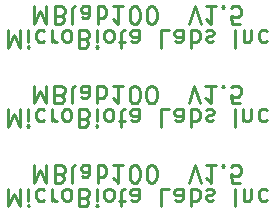
<source format=gbo>
G04 #@! TF.GenerationSoftware,KiCad,Pcbnew,(5.0.0)*
G04 #@! TF.CreationDate,2019-02-03T17:17:29-08:00*
G04 #@! TF.ProjectId,mlab100_LEDPCB_1.5,6D6C61623130305F4C45445043425F31,rev?*
G04 #@! TF.SameCoordinates,Original*
G04 #@! TF.FileFunction,Legend,Bot*
G04 #@! TF.FilePolarity,Positive*
%FSLAX46Y46*%
G04 Gerber Fmt 4.6, Leading zero omitted, Abs format (unit mm)*
G04 Created by KiCad (PCBNEW (5.0.0)) date 02/03/19 17:17:29*
%MOMM*%
%LPD*%
G01*
G04 APERTURE LIST*
%ADD10C,0.250000*%
G04 APERTURE END LIST*
D10*
X26711428Y-10181428D02*
X26711428Y-11681428D01*
X27211428Y-10609999D01*
X27711428Y-11681428D01*
X27711428Y-10181428D01*
X28425714Y-10181428D02*
X28425714Y-11181428D01*
X28425714Y-11681428D02*
X28354285Y-11609999D01*
X28425714Y-11538571D01*
X28497142Y-11609999D01*
X28425714Y-11681428D01*
X28425714Y-11538571D01*
X29782857Y-10252857D02*
X29640000Y-10181428D01*
X29354285Y-10181428D01*
X29211428Y-10252857D01*
X29140000Y-10324285D01*
X29068571Y-10467142D01*
X29068571Y-10895714D01*
X29140000Y-11038571D01*
X29211428Y-11109999D01*
X29354285Y-11181428D01*
X29640000Y-11181428D01*
X29782857Y-11109999D01*
X30425714Y-10181428D02*
X30425714Y-11181428D01*
X30425714Y-10895714D02*
X30497142Y-11038571D01*
X30568571Y-11110000D01*
X30711428Y-11181428D01*
X30854285Y-11181428D01*
X31568571Y-10181428D02*
X31425714Y-10252857D01*
X31354285Y-10324285D01*
X31282857Y-10467142D01*
X31282857Y-10895714D01*
X31354285Y-11038571D01*
X31425714Y-11110000D01*
X31568571Y-11181428D01*
X31782857Y-11181428D01*
X31925714Y-11110000D01*
X31997142Y-11038571D01*
X32068571Y-10895714D01*
X32068571Y-10467142D01*
X31997142Y-10324285D01*
X31925714Y-10252857D01*
X31782857Y-10181428D01*
X31568571Y-10181428D01*
X33211428Y-10967142D02*
X33425714Y-10895714D01*
X33497142Y-10824285D01*
X33568571Y-10681428D01*
X33568571Y-10467142D01*
X33497142Y-10324285D01*
X33425714Y-10252857D01*
X33282857Y-10181428D01*
X32711428Y-10181428D01*
X32711428Y-11681428D01*
X33211428Y-11681428D01*
X33354285Y-11610000D01*
X33425714Y-11538571D01*
X33497142Y-11395714D01*
X33497142Y-11252857D01*
X33425714Y-11110000D01*
X33354285Y-11038571D01*
X33211428Y-10967142D01*
X32711428Y-10967142D01*
X34211428Y-10181428D02*
X34211428Y-11181428D01*
X34211428Y-11681428D02*
X34140000Y-11610000D01*
X34211428Y-11538571D01*
X34282857Y-11610000D01*
X34211428Y-11681428D01*
X34211428Y-11538571D01*
X35140000Y-10181428D02*
X34997142Y-10252857D01*
X34925714Y-10324285D01*
X34854285Y-10467142D01*
X34854285Y-10895714D01*
X34925714Y-11038571D01*
X34997142Y-11110000D01*
X35140000Y-11181428D01*
X35354285Y-11181428D01*
X35497142Y-11110000D01*
X35568571Y-11038571D01*
X35640000Y-10895714D01*
X35640000Y-10467142D01*
X35568571Y-10324285D01*
X35497142Y-10252857D01*
X35354285Y-10181428D01*
X35140000Y-10181428D01*
X36068571Y-11181428D02*
X36640000Y-11181428D01*
X36282857Y-11681428D02*
X36282857Y-10395714D01*
X36354285Y-10252857D01*
X36497142Y-10181428D01*
X36640000Y-10181428D01*
X37782857Y-10181428D02*
X37782857Y-10967142D01*
X37711428Y-11110000D01*
X37568571Y-11181428D01*
X37282857Y-11181428D01*
X37139999Y-11110000D01*
X37782857Y-10252857D02*
X37639999Y-10181428D01*
X37282857Y-10181428D01*
X37139999Y-10252857D01*
X37068571Y-10395714D01*
X37068571Y-10538571D01*
X37139999Y-10681428D01*
X37282857Y-10752857D01*
X37639999Y-10752857D01*
X37782857Y-10824285D01*
X40354285Y-10181428D02*
X39639999Y-10181428D01*
X39639999Y-11681428D01*
X41497142Y-10181428D02*
X41497142Y-10967142D01*
X41425714Y-11110000D01*
X41282857Y-11181428D01*
X40997142Y-11181428D01*
X40854285Y-11110000D01*
X41497142Y-10252857D02*
X41354285Y-10181428D01*
X40997142Y-10181428D01*
X40854285Y-10252857D01*
X40782857Y-10395714D01*
X40782857Y-10538571D01*
X40854285Y-10681428D01*
X40997142Y-10752857D01*
X41354285Y-10752857D01*
X41497142Y-10824285D01*
X42211428Y-10181428D02*
X42211428Y-11681428D01*
X42211428Y-11110000D02*
X42354285Y-11181428D01*
X42640000Y-11181428D01*
X42782857Y-11110000D01*
X42854285Y-11038571D01*
X42925714Y-10895714D01*
X42925714Y-10467142D01*
X42854285Y-10324285D01*
X42782857Y-10252857D01*
X42640000Y-10181428D01*
X42354285Y-10181428D01*
X42211428Y-10252857D01*
X43497142Y-10252857D02*
X43640000Y-10181428D01*
X43925714Y-10181428D01*
X44068571Y-10252857D01*
X44140000Y-10395714D01*
X44140000Y-10467142D01*
X44068571Y-10610000D01*
X43925714Y-10681428D01*
X43711428Y-10681428D01*
X43568571Y-10752857D01*
X43497142Y-10895714D01*
X43497142Y-10967142D01*
X43568571Y-11110000D01*
X43711428Y-11181428D01*
X43925714Y-11181428D01*
X44068571Y-11110000D01*
X45925714Y-10181428D02*
X45925714Y-11681428D01*
X46640000Y-11181428D02*
X46640000Y-10181428D01*
X46640000Y-11038571D02*
X46711428Y-11110000D01*
X46854285Y-11181428D01*
X47068571Y-11181428D01*
X47211428Y-11110000D01*
X47282857Y-10967142D01*
X47282857Y-10181428D01*
X48640000Y-10252857D02*
X48497142Y-10181428D01*
X48211428Y-10181428D01*
X48068571Y-10252857D01*
X47997142Y-10324285D01*
X47925714Y-10467142D01*
X47925714Y-10895714D01*
X47997142Y-11038571D01*
X48068571Y-11110000D01*
X48211428Y-11181428D01*
X48497142Y-11181428D01*
X48640000Y-11110000D01*
X28925714Y-8181428D02*
X28925714Y-9681428D01*
X29425714Y-8609999D01*
X29925714Y-9681428D01*
X29925714Y-8181428D01*
X31140000Y-8967142D02*
X31354285Y-8895714D01*
X31425714Y-8824285D01*
X31497142Y-8681428D01*
X31497142Y-8467142D01*
X31425714Y-8324285D01*
X31354285Y-8252857D01*
X31211428Y-8181428D01*
X30640000Y-8181428D01*
X30640000Y-9681428D01*
X31140000Y-9681428D01*
X31282857Y-9610000D01*
X31354285Y-9538571D01*
X31425714Y-9395714D01*
X31425714Y-9252857D01*
X31354285Y-9110000D01*
X31282857Y-9038571D01*
X31140000Y-8967142D01*
X30640000Y-8967142D01*
X32354285Y-8181428D02*
X32211428Y-8252857D01*
X32140000Y-8395714D01*
X32140000Y-9681428D01*
X33568571Y-8181428D02*
X33568571Y-8967142D01*
X33497142Y-9110000D01*
X33354285Y-9181428D01*
X33068571Y-9181428D01*
X32925714Y-9110000D01*
X33568571Y-8252857D02*
X33425714Y-8181428D01*
X33068571Y-8181428D01*
X32925714Y-8252857D01*
X32854285Y-8395714D01*
X32854285Y-8538571D01*
X32925714Y-8681428D01*
X33068571Y-8752857D01*
X33425714Y-8752857D01*
X33568571Y-8824285D01*
X34282857Y-8181428D02*
X34282857Y-9681428D01*
X34282857Y-9110000D02*
X34425714Y-9181428D01*
X34711428Y-9181428D01*
X34854285Y-9110000D01*
X34925714Y-9038571D01*
X34997142Y-8895714D01*
X34997142Y-8467142D01*
X34925714Y-8324285D01*
X34854285Y-8252857D01*
X34711428Y-8181428D01*
X34425714Y-8181428D01*
X34282857Y-8252857D01*
X36425714Y-8181428D02*
X35568571Y-8181428D01*
X35997142Y-8181428D02*
X35997142Y-9681428D01*
X35854285Y-9467142D01*
X35711428Y-9324285D01*
X35568571Y-9252857D01*
X37354285Y-9681428D02*
X37497142Y-9681428D01*
X37640000Y-9610000D01*
X37711428Y-9538571D01*
X37782857Y-9395714D01*
X37854285Y-9110000D01*
X37854285Y-8752857D01*
X37782857Y-8467142D01*
X37711428Y-8324285D01*
X37640000Y-8252857D01*
X37497142Y-8181428D01*
X37354285Y-8181428D01*
X37211428Y-8252857D01*
X37140000Y-8324285D01*
X37068571Y-8467142D01*
X36997142Y-8752857D01*
X36997142Y-9110000D01*
X37068571Y-9395714D01*
X37140000Y-9538571D01*
X37211428Y-9610000D01*
X37354285Y-9681428D01*
X38782857Y-9681428D02*
X38925714Y-9681428D01*
X39068571Y-9610000D01*
X39140000Y-9538571D01*
X39211428Y-9395714D01*
X39282857Y-9110000D01*
X39282857Y-8752857D01*
X39211428Y-8467142D01*
X39140000Y-8324285D01*
X39068571Y-8252857D01*
X38925714Y-8181428D01*
X38782857Y-8181428D01*
X38640000Y-8252857D01*
X38568571Y-8324285D01*
X38497142Y-8467142D01*
X38425714Y-8752857D01*
X38425714Y-9110000D01*
X38497142Y-9395714D01*
X38568571Y-9538571D01*
X38640000Y-9610000D01*
X38782857Y-9681428D01*
X41997142Y-9681428D02*
X42497142Y-8181428D01*
X42997142Y-9681428D01*
X44282857Y-8181428D02*
X43425714Y-8181428D01*
X43854285Y-8181428D02*
X43854285Y-9681428D01*
X43711428Y-9467142D01*
X43568571Y-9324285D01*
X43425714Y-9252857D01*
X44925714Y-8324285D02*
X44997142Y-8252857D01*
X44925714Y-8181428D01*
X44854285Y-8252857D01*
X44925714Y-8324285D01*
X44925714Y-8181428D01*
X46354285Y-9681428D02*
X45640000Y-9681428D01*
X45568571Y-8967142D01*
X45640000Y-9038571D01*
X45782857Y-9110000D01*
X46140000Y-9110000D01*
X46282857Y-9038571D01*
X46354285Y-8967142D01*
X46425714Y-8824285D01*
X46425714Y-8467142D01*
X46354285Y-8324285D01*
X46282857Y-8252857D01*
X46140000Y-8181428D01*
X45782857Y-8181428D01*
X45640000Y-8252857D01*
X45568571Y-8324285D01*
X26721428Y-3461428D02*
X26721428Y-4961428D01*
X27221428Y-3889999D01*
X27721428Y-4961428D01*
X27721428Y-3461428D01*
X28435714Y-3461428D02*
X28435714Y-4461428D01*
X28435714Y-4961428D02*
X28364285Y-4889999D01*
X28435714Y-4818571D01*
X28507142Y-4889999D01*
X28435714Y-4961428D01*
X28435714Y-4818571D01*
X29792857Y-3532857D02*
X29650000Y-3461428D01*
X29364285Y-3461428D01*
X29221428Y-3532857D01*
X29150000Y-3604285D01*
X29078571Y-3747142D01*
X29078571Y-4175714D01*
X29150000Y-4318571D01*
X29221428Y-4389999D01*
X29364285Y-4461428D01*
X29650000Y-4461428D01*
X29792857Y-4389999D01*
X30435714Y-3461428D02*
X30435714Y-4461428D01*
X30435714Y-4175714D02*
X30507142Y-4318571D01*
X30578571Y-4389999D01*
X30721428Y-4461428D01*
X30864285Y-4461428D01*
X31578571Y-3461428D02*
X31435714Y-3532857D01*
X31364285Y-3604285D01*
X31292857Y-3747142D01*
X31292857Y-4175714D01*
X31364285Y-4318571D01*
X31435714Y-4389999D01*
X31578571Y-4461428D01*
X31792857Y-4461428D01*
X31935714Y-4389999D01*
X32007142Y-4318571D01*
X32078571Y-4175714D01*
X32078571Y-3747142D01*
X32007142Y-3604285D01*
X31935714Y-3532857D01*
X31792857Y-3461428D01*
X31578571Y-3461428D01*
X33221428Y-4247142D02*
X33435714Y-4175714D01*
X33507142Y-4104285D01*
X33578571Y-3961428D01*
X33578571Y-3747142D01*
X33507142Y-3604285D01*
X33435714Y-3532857D01*
X33292857Y-3461428D01*
X32721428Y-3461428D01*
X32721428Y-4961428D01*
X33221428Y-4961428D01*
X33364285Y-4889999D01*
X33435714Y-4818571D01*
X33507142Y-4675714D01*
X33507142Y-4532857D01*
X33435714Y-4389999D01*
X33364285Y-4318571D01*
X33221428Y-4247142D01*
X32721428Y-4247142D01*
X34221428Y-3461428D02*
X34221428Y-4461428D01*
X34221428Y-4961428D02*
X34150000Y-4890000D01*
X34221428Y-4818571D01*
X34292857Y-4890000D01*
X34221428Y-4961428D01*
X34221428Y-4818571D01*
X35150000Y-3461428D02*
X35007142Y-3532857D01*
X34935714Y-3604285D01*
X34864285Y-3747142D01*
X34864285Y-4175714D01*
X34935714Y-4318571D01*
X35007142Y-4390000D01*
X35150000Y-4461428D01*
X35364285Y-4461428D01*
X35507142Y-4390000D01*
X35578571Y-4318571D01*
X35650000Y-4175714D01*
X35650000Y-3747142D01*
X35578571Y-3604285D01*
X35507142Y-3532857D01*
X35364285Y-3461428D01*
X35150000Y-3461428D01*
X36078571Y-4461428D02*
X36650000Y-4461428D01*
X36292857Y-4961428D02*
X36292857Y-3675714D01*
X36364285Y-3532857D01*
X36507142Y-3461428D01*
X36650000Y-3461428D01*
X37792857Y-3461428D02*
X37792857Y-4247142D01*
X37721428Y-4390000D01*
X37578571Y-4461428D01*
X37292857Y-4461428D01*
X37149999Y-4390000D01*
X37792857Y-3532857D02*
X37649999Y-3461428D01*
X37292857Y-3461428D01*
X37149999Y-3532857D01*
X37078571Y-3675714D01*
X37078571Y-3818571D01*
X37149999Y-3961428D01*
X37292857Y-4032857D01*
X37649999Y-4032857D01*
X37792857Y-4104285D01*
X40364285Y-3461428D02*
X39649999Y-3461428D01*
X39649999Y-4961428D01*
X41507142Y-3461428D02*
X41507142Y-4247142D01*
X41435714Y-4390000D01*
X41292857Y-4461428D01*
X41007142Y-4461428D01*
X40864285Y-4390000D01*
X41507142Y-3532857D02*
X41364285Y-3461428D01*
X41007142Y-3461428D01*
X40864285Y-3532857D01*
X40792857Y-3675714D01*
X40792857Y-3818571D01*
X40864285Y-3961428D01*
X41007142Y-4032857D01*
X41364285Y-4032857D01*
X41507142Y-4104285D01*
X42221428Y-3461428D02*
X42221428Y-4961428D01*
X42221428Y-4390000D02*
X42364285Y-4461428D01*
X42650000Y-4461428D01*
X42792857Y-4390000D01*
X42864285Y-4318571D01*
X42935714Y-4175714D01*
X42935714Y-3747142D01*
X42864285Y-3604285D01*
X42792857Y-3532857D01*
X42650000Y-3461428D01*
X42364285Y-3461428D01*
X42221428Y-3532857D01*
X43507142Y-3532857D02*
X43650000Y-3461428D01*
X43935714Y-3461428D01*
X44078571Y-3532857D01*
X44150000Y-3675714D01*
X44150000Y-3747142D01*
X44078571Y-3890000D01*
X43935714Y-3961428D01*
X43721428Y-3961428D01*
X43578571Y-4032857D01*
X43507142Y-4175714D01*
X43507142Y-4247142D01*
X43578571Y-4390000D01*
X43721428Y-4461428D01*
X43935714Y-4461428D01*
X44078571Y-4390000D01*
X45935714Y-3461428D02*
X45935714Y-4961428D01*
X46650000Y-4461428D02*
X46650000Y-3461428D01*
X46650000Y-4318571D02*
X46721428Y-4390000D01*
X46864285Y-4461428D01*
X47078571Y-4461428D01*
X47221428Y-4390000D01*
X47292857Y-4247142D01*
X47292857Y-3461428D01*
X48650000Y-3532857D02*
X48507142Y-3461428D01*
X48221428Y-3461428D01*
X48078571Y-3532857D01*
X48007142Y-3604285D01*
X47935714Y-3747142D01*
X47935714Y-4175714D01*
X48007142Y-4318571D01*
X48078571Y-4390000D01*
X48221428Y-4461428D01*
X48507142Y-4461428D01*
X48650000Y-4390000D01*
X28935714Y-1461428D02*
X28935714Y-2961428D01*
X29435714Y-1889999D01*
X29935714Y-2961428D01*
X29935714Y-1461428D01*
X31150000Y-2247142D02*
X31364285Y-2175714D01*
X31435714Y-2104285D01*
X31507142Y-1961428D01*
X31507142Y-1747142D01*
X31435714Y-1604285D01*
X31364285Y-1532857D01*
X31221428Y-1461428D01*
X30650000Y-1461428D01*
X30650000Y-2961428D01*
X31150000Y-2961428D01*
X31292857Y-2889999D01*
X31364285Y-2818571D01*
X31435714Y-2675714D01*
X31435714Y-2532857D01*
X31364285Y-2389999D01*
X31292857Y-2318571D01*
X31150000Y-2247142D01*
X30650000Y-2247142D01*
X32364285Y-1461428D02*
X32221428Y-1532857D01*
X32150000Y-1675714D01*
X32150000Y-2961428D01*
X33578571Y-1461428D02*
X33578571Y-2247142D01*
X33507142Y-2389999D01*
X33364285Y-2461428D01*
X33078571Y-2461428D01*
X32935714Y-2389999D01*
X33578571Y-1532857D02*
X33435714Y-1461428D01*
X33078571Y-1461428D01*
X32935714Y-1532857D01*
X32864285Y-1675714D01*
X32864285Y-1818571D01*
X32935714Y-1961428D01*
X33078571Y-2032857D01*
X33435714Y-2032857D01*
X33578571Y-2104285D01*
X34292857Y-1461428D02*
X34292857Y-2961428D01*
X34292857Y-2389999D02*
X34435714Y-2461428D01*
X34721428Y-2461428D01*
X34864285Y-2389999D01*
X34935714Y-2318571D01*
X35007142Y-2175714D01*
X35007142Y-1747142D01*
X34935714Y-1604285D01*
X34864285Y-1532857D01*
X34721428Y-1461428D01*
X34435714Y-1461428D01*
X34292857Y-1532857D01*
X36435714Y-1461428D02*
X35578571Y-1461428D01*
X36007142Y-1461428D02*
X36007142Y-2961428D01*
X35864285Y-2747142D01*
X35721428Y-2604285D01*
X35578571Y-2532857D01*
X37364285Y-2961428D02*
X37507142Y-2961428D01*
X37650000Y-2890000D01*
X37721428Y-2818571D01*
X37792857Y-2675714D01*
X37864285Y-2390000D01*
X37864285Y-2032857D01*
X37792857Y-1747142D01*
X37721428Y-1604285D01*
X37650000Y-1532857D01*
X37507142Y-1461428D01*
X37364285Y-1461428D01*
X37221428Y-1532857D01*
X37150000Y-1604285D01*
X37078571Y-1747142D01*
X37007142Y-2032857D01*
X37007142Y-2390000D01*
X37078571Y-2675714D01*
X37150000Y-2818571D01*
X37221428Y-2890000D01*
X37364285Y-2961428D01*
X38792857Y-2961428D02*
X38935714Y-2961428D01*
X39078571Y-2890000D01*
X39150000Y-2818571D01*
X39221428Y-2675714D01*
X39292857Y-2390000D01*
X39292857Y-2032857D01*
X39221428Y-1747142D01*
X39150000Y-1604285D01*
X39078571Y-1532857D01*
X38935714Y-1461428D01*
X38792857Y-1461428D01*
X38650000Y-1532857D01*
X38578571Y-1604285D01*
X38507142Y-1747142D01*
X38435714Y-2032857D01*
X38435714Y-2390000D01*
X38507142Y-2675714D01*
X38578571Y-2818571D01*
X38650000Y-2890000D01*
X38792857Y-2961428D01*
X42007142Y-2961428D02*
X42507142Y-1461428D01*
X43007142Y-2961428D01*
X44292857Y-1461428D02*
X43435714Y-1461428D01*
X43864285Y-1461428D02*
X43864285Y-2961428D01*
X43721428Y-2747142D01*
X43578571Y-2604285D01*
X43435714Y-2532857D01*
X44935714Y-1604285D02*
X45007142Y-1532857D01*
X44935714Y-1461428D01*
X44864285Y-1532857D01*
X44935714Y-1604285D01*
X44935714Y-1461428D01*
X46364285Y-2961428D02*
X45650000Y-2961428D01*
X45578571Y-2247142D01*
X45650000Y-2318571D01*
X45792857Y-2390000D01*
X46150000Y-2390000D01*
X46292857Y-2318571D01*
X46364285Y-2247142D01*
X46435714Y-2104285D01*
X46435714Y-1747142D01*
X46364285Y-1604285D01*
X46292857Y-1532857D01*
X46150000Y-1461428D01*
X45792857Y-1461428D01*
X45650000Y-1532857D01*
X45578571Y-1604285D01*
X28935714Y-14901428D02*
X28935714Y-16401428D01*
X29435714Y-15329999D01*
X29935714Y-16401428D01*
X29935714Y-14901428D01*
X31150000Y-15687142D02*
X31364285Y-15615714D01*
X31435714Y-15544285D01*
X31507142Y-15401428D01*
X31507142Y-15187142D01*
X31435714Y-15044285D01*
X31364285Y-14972857D01*
X31221428Y-14901428D01*
X30650000Y-14901428D01*
X30650000Y-16401428D01*
X31150000Y-16401428D01*
X31292857Y-16330000D01*
X31364285Y-16258571D01*
X31435714Y-16115714D01*
X31435714Y-15972857D01*
X31364285Y-15830000D01*
X31292857Y-15758571D01*
X31150000Y-15687142D01*
X30650000Y-15687142D01*
X32364285Y-14901428D02*
X32221428Y-14972857D01*
X32150000Y-15115714D01*
X32150000Y-16401428D01*
X33578571Y-14901428D02*
X33578571Y-15687142D01*
X33507142Y-15830000D01*
X33364285Y-15901428D01*
X33078571Y-15901428D01*
X32935714Y-15830000D01*
X33578571Y-14972857D02*
X33435714Y-14901428D01*
X33078571Y-14901428D01*
X32935714Y-14972857D01*
X32864285Y-15115714D01*
X32864285Y-15258571D01*
X32935714Y-15401428D01*
X33078571Y-15472857D01*
X33435714Y-15472857D01*
X33578571Y-15544285D01*
X34292857Y-14901428D02*
X34292857Y-16401428D01*
X34292857Y-15830000D02*
X34435714Y-15901428D01*
X34721428Y-15901428D01*
X34864285Y-15830000D01*
X34935714Y-15758571D01*
X35007142Y-15615714D01*
X35007142Y-15187142D01*
X34935714Y-15044285D01*
X34864285Y-14972857D01*
X34721428Y-14901428D01*
X34435714Y-14901428D01*
X34292857Y-14972857D01*
X36435714Y-14901428D02*
X35578571Y-14901428D01*
X36007142Y-14901428D02*
X36007142Y-16401428D01*
X35864285Y-16187142D01*
X35721428Y-16044285D01*
X35578571Y-15972857D01*
X37364285Y-16401428D02*
X37507142Y-16401428D01*
X37650000Y-16330000D01*
X37721428Y-16258571D01*
X37792857Y-16115714D01*
X37864285Y-15830000D01*
X37864285Y-15472857D01*
X37792857Y-15187142D01*
X37721428Y-15044285D01*
X37650000Y-14972857D01*
X37507142Y-14901428D01*
X37364285Y-14901428D01*
X37221428Y-14972857D01*
X37150000Y-15044285D01*
X37078571Y-15187142D01*
X37007142Y-15472857D01*
X37007142Y-15830000D01*
X37078571Y-16115714D01*
X37150000Y-16258571D01*
X37221428Y-16330000D01*
X37364285Y-16401428D01*
X38792857Y-16401428D02*
X38935714Y-16401428D01*
X39078571Y-16330000D01*
X39150000Y-16258571D01*
X39221428Y-16115714D01*
X39292857Y-15830000D01*
X39292857Y-15472857D01*
X39221428Y-15187142D01*
X39150000Y-15044285D01*
X39078571Y-14972857D01*
X38935714Y-14901428D01*
X38792857Y-14901428D01*
X38650000Y-14972857D01*
X38578571Y-15044285D01*
X38507142Y-15187142D01*
X38435714Y-15472857D01*
X38435714Y-15830000D01*
X38507142Y-16115714D01*
X38578571Y-16258571D01*
X38650000Y-16330000D01*
X38792857Y-16401428D01*
X42007142Y-16401428D02*
X42507142Y-14901428D01*
X43007142Y-16401428D01*
X44292857Y-14901428D02*
X43435714Y-14901428D01*
X43864285Y-14901428D02*
X43864285Y-16401428D01*
X43721428Y-16187142D01*
X43578571Y-16044285D01*
X43435714Y-15972857D01*
X44935714Y-15044285D02*
X45007142Y-14972857D01*
X44935714Y-14901428D01*
X44864285Y-14972857D01*
X44935714Y-15044285D01*
X44935714Y-14901428D01*
X46364285Y-16401428D02*
X45650000Y-16401428D01*
X45578571Y-15687142D01*
X45650000Y-15758571D01*
X45792857Y-15830000D01*
X46150000Y-15830000D01*
X46292857Y-15758571D01*
X46364285Y-15687142D01*
X46435714Y-15544285D01*
X46435714Y-15187142D01*
X46364285Y-15044285D01*
X46292857Y-14972857D01*
X46150000Y-14901428D01*
X45792857Y-14901428D01*
X45650000Y-14972857D01*
X45578571Y-15044285D01*
X26721428Y-16901428D02*
X26721428Y-18401428D01*
X27221428Y-17330000D01*
X27721428Y-18401428D01*
X27721428Y-16901428D01*
X28435714Y-16901428D02*
X28435714Y-17901428D01*
X28435714Y-18401428D02*
X28364285Y-18330000D01*
X28435714Y-18258571D01*
X28507142Y-18330000D01*
X28435714Y-18401428D01*
X28435714Y-18258571D01*
X29792857Y-16972857D02*
X29650000Y-16901428D01*
X29364285Y-16901428D01*
X29221428Y-16972857D01*
X29150000Y-17044285D01*
X29078571Y-17187142D01*
X29078571Y-17615714D01*
X29150000Y-17758571D01*
X29221428Y-17830000D01*
X29364285Y-17901428D01*
X29650000Y-17901428D01*
X29792857Y-17830000D01*
X30435714Y-16901428D02*
X30435714Y-17901428D01*
X30435714Y-17615714D02*
X30507142Y-17758571D01*
X30578571Y-17830000D01*
X30721428Y-17901428D01*
X30864285Y-17901428D01*
X31578571Y-16901428D02*
X31435714Y-16972857D01*
X31364285Y-17044285D01*
X31292857Y-17187142D01*
X31292857Y-17615714D01*
X31364285Y-17758571D01*
X31435714Y-17830000D01*
X31578571Y-17901428D01*
X31792857Y-17901428D01*
X31935714Y-17830000D01*
X32007142Y-17758571D01*
X32078571Y-17615714D01*
X32078571Y-17187142D01*
X32007142Y-17044285D01*
X31935714Y-16972857D01*
X31792857Y-16901428D01*
X31578571Y-16901428D01*
X33221428Y-17687142D02*
X33435714Y-17615714D01*
X33507142Y-17544285D01*
X33578571Y-17401428D01*
X33578571Y-17187142D01*
X33507142Y-17044285D01*
X33435714Y-16972857D01*
X33292857Y-16901428D01*
X32721428Y-16901428D01*
X32721428Y-18401428D01*
X33221428Y-18401428D01*
X33364285Y-18330000D01*
X33435714Y-18258571D01*
X33507142Y-18115714D01*
X33507142Y-17972857D01*
X33435714Y-17830000D01*
X33364285Y-17758571D01*
X33221428Y-17687142D01*
X32721428Y-17687142D01*
X34221428Y-16901428D02*
X34221428Y-17901428D01*
X34221428Y-18401428D02*
X34150000Y-18330000D01*
X34221428Y-18258571D01*
X34292857Y-18330000D01*
X34221428Y-18401428D01*
X34221428Y-18258571D01*
X35150000Y-16901428D02*
X35007142Y-16972857D01*
X34935714Y-17044285D01*
X34864285Y-17187142D01*
X34864285Y-17615714D01*
X34935714Y-17758571D01*
X35007142Y-17830000D01*
X35150000Y-17901428D01*
X35364285Y-17901428D01*
X35507142Y-17830000D01*
X35578571Y-17758571D01*
X35650000Y-17615714D01*
X35650000Y-17187142D01*
X35578571Y-17044285D01*
X35507142Y-16972857D01*
X35364285Y-16901428D01*
X35150000Y-16901428D01*
X36078571Y-17901428D02*
X36650000Y-17901428D01*
X36292857Y-18401428D02*
X36292857Y-17115714D01*
X36364285Y-16972857D01*
X36507142Y-16901428D01*
X36650000Y-16901428D01*
X37792857Y-16901428D02*
X37792857Y-17687142D01*
X37721428Y-17830000D01*
X37578571Y-17901428D01*
X37292857Y-17901428D01*
X37149999Y-17830000D01*
X37792857Y-16972857D02*
X37649999Y-16901428D01*
X37292857Y-16901428D01*
X37149999Y-16972857D01*
X37078571Y-17115714D01*
X37078571Y-17258571D01*
X37149999Y-17401428D01*
X37292857Y-17472857D01*
X37649999Y-17472857D01*
X37792857Y-17544285D01*
X40364285Y-16901428D02*
X39649999Y-16901428D01*
X39649999Y-18401428D01*
X41507142Y-16901428D02*
X41507142Y-17687142D01*
X41435714Y-17830000D01*
X41292857Y-17901428D01*
X41007142Y-17901428D01*
X40864285Y-17830000D01*
X41507142Y-16972857D02*
X41364285Y-16901428D01*
X41007142Y-16901428D01*
X40864285Y-16972857D01*
X40792857Y-17115714D01*
X40792857Y-17258571D01*
X40864285Y-17401428D01*
X41007142Y-17472857D01*
X41364285Y-17472857D01*
X41507142Y-17544285D01*
X42221428Y-16901428D02*
X42221428Y-18401428D01*
X42221428Y-17830000D02*
X42364285Y-17901428D01*
X42650000Y-17901428D01*
X42792857Y-17830000D01*
X42864285Y-17758571D01*
X42935714Y-17615714D01*
X42935714Y-17187142D01*
X42864285Y-17044285D01*
X42792857Y-16972857D01*
X42650000Y-16901428D01*
X42364285Y-16901428D01*
X42221428Y-16972857D01*
X43507142Y-16972857D02*
X43650000Y-16901428D01*
X43935714Y-16901428D01*
X44078571Y-16972857D01*
X44150000Y-17115714D01*
X44150000Y-17187142D01*
X44078571Y-17330000D01*
X43935714Y-17401428D01*
X43721428Y-17401428D01*
X43578571Y-17472857D01*
X43507142Y-17615714D01*
X43507142Y-17687142D01*
X43578571Y-17830000D01*
X43721428Y-17901428D01*
X43935714Y-17901428D01*
X44078571Y-17830000D01*
X45935714Y-16901428D02*
X45935714Y-18401428D01*
X46650000Y-17901428D02*
X46650000Y-16901428D01*
X46650000Y-17758571D02*
X46721428Y-17830000D01*
X46864285Y-17901428D01*
X47078571Y-17901428D01*
X47221428Y-17830000D01*
X47292857Y-17687142D01*
X47292857Y-16901428D01*
X48650000Y-16972857D02*
X48507142Y-16901428D01*
X48221428Y-16901428D01*
X48078571Y-16972857D01*
X48007142Y-17044285D01*
X47935714Y-17187142D01*
X47935714Y-17615714D01*
X48007142Y-17758571D01*
X48078571Y-17830000D01*
X48221428Y-17901428D01*
X48507142Y-17901428D01*
X48650000Y-17830000D01*
M02*

</source>
